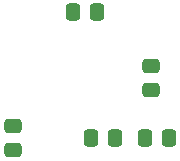
<source format=gbr>
G04 #@! TF.GenerationSoftware,KiCad,Pcbnew,(6.0.4)*
G04 #@! TF.CreationDate,2023-03-06T11:11:44-05:00*
G04 #@! TF.ProjectId,LED_Module,4c45445f-4d6f-4647-956c-652e6b696361,rev?*
G04 #@! TF.SameCoordinates,Original*
G04 #@! TF.FileFunction,Paste,Bot*
G04 #@! TF.FilePolarity,Positive*
%FSLAX46Y46*%
G04 Gerber Fmt 4.6, Leading zero omitted, Abs format (unit mm)*
G04 Created by KiCad (PCBNEW (6.0.4)) date 2023-03-06 11:11:44*
%MOMM*%
%LPD*%
G01*
G04 APERTURE LIST*
G04 Aperture macros list*
%AMRoundRect*
0 Rectangle with rounded corners*
0 $1 Rounding radius*
0 $2 $3 $4 $5 $6 $7 $8 $9 X,Y pos of 4 corners*
0 Add a 4 corners polygon primitive as box body*
4,1,4,$2,$3,$4,$5,$6,$7,$8,$9,$2,$3,0*
0 Add four circle primitives for the rounded corners*
1,1,$1+$1,$2,$3*
1,1,$1+$1,$4,$5*
1,1,$1+$1,$6,$7*
1,1,$1+$1,$8,$9*
0 Add four rect primitives between the rounded corners*
20,1,$1+$1,$2,$3,$4,$5,0*
20,1,$1+$1,$4,$5,$6,$7,0*
20,1,$1+$1,$6,$7,$8,$9,0*
20,1,$1+$1,$8,$9,$2,$3,0*%
G04 Aperture macros list end*
%ADD10RoundRect,0.250000X-0.337500X-0.475000X0.337500X-0.475000X0.337500X0.475000X-0.337500X0.475000X0*%
%ADD11RoundRect,0.250000X-0.475000X0.337500X-0.475000X-0.337500X0.475000X-0.337500X0.475000X0.337500X0*%
%ADD12RoundRect,0.250000X0.337500X0.475000X-0.337500X0.475000X-0.337500X-0.475000X0.337500X-0.475000X0*%
%ADD13RoundRect,0.250000X0.475000X-0.337500X0.475000X0.337500X-0.475000X0.337500X-0.475000X-0.337500X0*%
G04 APERTURE END LIST*
D10*
G04 #@! TO.C,C4*
X83925500Y-78359000D03*
X86000500Y-78359000D03*
G04 #@! TD*
D11*
G04 #@! TO.C,C6*
X90551000Y-82909500D03*
X90551000Y-84984500D03*
G04 #@! TD*
D12*
G04 #@! TO.C,C2*
X87524500Y-89027000D03*
X85449500Y-89027000D03*
G04 #@! TD*
D13*
G04 #@! TO.C,C8*
X78867000Y-90064500D03*
X78867000Y-87989500D03*
G04 #@! TD*
D12*
G04 #@! TO.C,C5*
X92096500Y-89027000D03*
X90021500Y-89027000D03*
G04 #@! TD*
M02*

</source>
